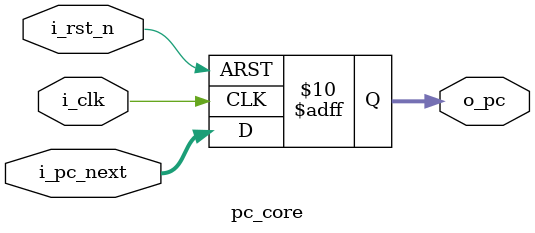
<source format=sv>
`timescale 1ns/1ps

module pc_core(
  input  logic        i_clk,
  input  logic        i_rst_n,
  input  logic [31:0] i_pc_next,
  output logic [31:0] o_pc
);
  always_ff @(posedge i_clk or negedge i_rst_n) begin
    if (!i_rst_n) o_pc <= 32'd0;
    else          o_pc <= i_pc_next;
  end

  // Optional one-shot print to confirm reset/start PC (simulation friendly)
  // Using an always block with event controls to satisfy stricter linters.
  // One-shot print on first clock after reset deassertion
  logic printed;
  initial printed = 1'b0;
  always @(posedge i_clk or negedge i_rst_n) begin
    if (!i_rst_n) begin
      printed <= 1'b0;
    end else if (!printed) begin
      printed <= 1'b1;
      $display("PC DEBUG: after reset, PC=%08x (expect 00000000)", o_pc);
    end
  end
endmodule

</source>
